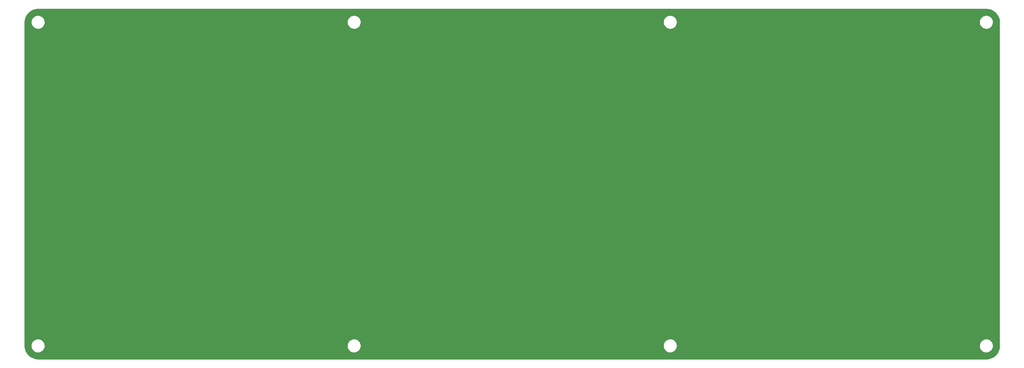
<source format=gtl>
G04 #@! TF.GenerationSoftware,KiCad,Pcbnew,(5.0.0)*
G04 #@! TF.CreationDate,2019-01-29T14:29:27-08:00*
G04 #@! TF.ProjectId,UT47.2-Bottom,555434372E322D426F74746F6D2E6B69,rev?*
G04 #@! TF.SameCoordinates,Original*
G04 #@! TF.FileFunction,Copper,L1,Top,Signal*
G04 #@! TF.FilePolarity,Positive*
%FSLAX46Y46*%
G04 Gerber Fmt 4.6, Leading zero omitted, Abs format (unit mm)*
G04 Created by KiCad (PCBNEW (5.0.0)) date 01/29/19 14:29:27*
%MOMM*%
%LPD*%
G01*
G04 APERTURE LIST*
G04 #@! TA.AperFunction,Conductor*
%ADD10C,1.524000*%
G04 #@! TD*
G04 #@! TA.AperFunction,Conductor*
%ADD11C,0.254000*%
G04 #@! TD*
G04 APERTURE END LIST*
D10*
G04 #@! TO.N,GND*
G04 #@! TO.C,J1*
X149383750Y-111760000D03*
G04 #@! TD*
D11*
G04 #@! TO.N,GND*
G36*
X270691025Y-22711459D02*
X271324230Y-22902635D01*
X271908239Y-23213158D01*
X272420814Y-23631204D01*
X272842428Y-24140848D01*
X273157023Y-24722679D01*
X273352613Y-25354529D01*
X273424750Y-26040860D01*
X273424751Y-110206257D01*
X273357290Y-110894276D01*
X273166115Y-111527480D01*
X272855590Y-112111490D01*
X272437544Y-112624067D01*
X271927902Y-113045678D01*
X271346072Y-113360273D01*
X270714220Y-113555864D01*
X270027890Y-113628000D01*
X23937483Y-113628000D01*
X23249474Y-113560540D01*
X22616270Y-113369365D01*
X22032260Y-113058840D01*
X21519683Y-112640794D01*
X21098072Y-112131152D01*
X20783477Y-111549322D01*
X20587886Y-110917470D01*
X20518944Y-110261523D01*
X22079928Y-110261523D01*
X22119696Y-110616063D01*
X22227571Y-110956126D01*
X22399443Y-111268760D01*
X22628765Y-111542056D01*
X22906804Y-111765605D01*
X23222969Y-111930892D01*
X23565217Y-112031621D01*
X23920512Y-112063955D01*
X24275320Y-112026664D01*
X24616128Y-111921166D01*
X24929955Y-111751481D01*
X25204845Y-111524071D01*
X25430330Y-111247600D01*
X25597820Y-110932597D01*
X25700936Y-110591060D01*
X25733247Y-110261523D01*
X104121595Y-110261523D01*
X104161363Y-110616063D01*
X104269238Y-110956126D01*
X104441110Y-111268760D01*
X104670432Y-111542056D01*
X104948471Y-111765605D01*
X105264636Y-111930892D01*
X105606884Y-112031621D01*
X105962179Y-112063955D01*
X106316987Y-112026664D01*
X106657795Y-111921166D01*
X106971622Y-111751481D01*
X107246512Y-111524071D01*
X107471997Y-111247600D01*
X107639487Y-110932597D01*
X107742603Y-110591060D01*
X107774914Y-110261523D01*
X186163261Y-110261523D01*
X186203029Y-110616063D01*
X186310904Y-110956126D01*
X186482776Y-111268760D01*
X186712098Y-111542056D01*
X186990137Y-111765605D01*
X187306302Y-111930892D01*
X187648550Y-112031621D01*
X188003845Y-112063955D01*
X188358653Y-112026664D01*
X188699461Y-111921166D01*
X189013288Y-111751481D01*
X189288178Y-111524071D01*
X189513663Y-111247600D01*
X189681153Y-110932597D01*
X189784269Y-110591060D01*
X189816580Y-110261523D01*
X268204928Y-110261523D01*
X268244696Y-110616063D01*
X268352571Y-110956126D01*
X268524443Y-111268760D01*
X268753765Y-111542056D01*
X269031804Y-111765605D01*
X269347969Y-111930892D01*
X269690217Y-112031621D01*
X270045512Y-112063955D01*
X270400320Y-112026664D01*
X270741128Y-111921166D01*
X271054955Y-111751481D01*
X271329845Y-111524071D01*
X271555330Y-111247600D01*
X271722820Y-110932597D01*
X271825936Y-110591060D01*
X271860750Y-110236000D01*
X271860037Y-110184959D01*
X271815323Y-109831009D01*
X271702711Y-109492485D01*
X271526491Y-109182282D01*
X271293375Y-108912214D01*
X271012241Y-108692569D01*
X270693800Y-108531712D01*
X270350179Y-108435771D01*
X269994467Y-108408401D01*
X269640214Y-108450643D01*
X269300912Y-108560889D01*
X268989486Y-108734939D01*
X268717797Y-108966164D01*
X268496194Y-109245757D01*
X268333119Y-109563068D01*
X268234781Y-109906011D01*
X268204928Y-110261523D01*
X189816580Y-110261523D01*
X189819083Y-110236000D01*
X189818370Y-110184959D01*
X189773656Y-109831009D01*
X189661044Y-109492485D01*
X189484824Y-109182282D01*
X189251708Y-108912214D01*
X188970574Y-108692569D01*
X188652133Y-108531712D01*
X188308512Y-108435771D01*
X187952800Y-108408401D01*
X187598547Y-108450643D01*
X187259245Y-108560889D01*
X186947819Y-108734939D01*
X186676130Y-108966164D01*
X186454527Y-109245757D01*
X186291452Y-109563068D01*
X186193114Y-109906011D01*
X186163261Y-110261523D01*
X107774914Y-110261523D01*
X107777417Y-110236000D01*
X107776704Y-110184959D01*
X107731990Y-109831009D01*
X107619378Y-109492485D01*
X107443158Y-109182282D01*
X107210042Y-108912214D01*
X106928908Y-108692569D01*
X106610467Y-108531712D01*
X106266846Y-108435771D01*
X105911134Y-108408401D01*
X105556881Y-108450643D01*
X105217579Y-108560889D01*
X104906153Y-108734939D01*
X104634464Y-108966164D01*
X104412861Y-109245757D01*
X104249786Y-109563068D01*
X104151448Y-109906011D01*
X104121595Y-110261523D01*
X25733247Y-110261523D01*
X25735750Y-110236000D01*
X25735037Y-110184959D01*
X25690323Y-109831009D01*
X25577711Y-109492485D01*
X25401491Y-109182282D01*
X25168375Y-108912214D01*
X24887241Y-108692569D01*
X24568800Y-108531712D01*
X24225179Y-108435771D01*
X23869467Y-108408401D01*
X23515214Y-108450643D01*
X23175912Y-108560889D01*
X22864486Y-108734939D01*
X22592797Y-108966164D01*
X22371194Y-109245757D01*
X22208119Y-109563068D01*
X22109781Y-109906011D01*
X22079928Y-110261523D01*
X20518944Y-110261523D01*
X20515750Y-110231140D01*
X20515750Y-26065733D01*
X20516162Y-26061523D01*
X22079928Y-26061523D01*
X22119696Y-26416063D01*
X22227571Y-26756126D01*
X22399443Y-27068760D01*
X22628765Y-27342056D01*
X22906804Y-27565605D01*
X23222969Y-27730892D01*
X23565217Y-27831621D01*
X23920512Y-27863955D01*
X24275320Y-27826664D01*
X24616128Y-27721166D01*
X24929955Y-27551481D01*
X25204845Y-27324071D01*
X25430330Y-27047600D01*
X25597820Y-26732597D01*
X25700936Y-26391060D01*
X25733247Y-26061523D01*
X104121595Y-26061523D01*
X104161363Y-26416063D01*
X104269238Y-26756126D01*
X104441110Y-27068760D01*
X104670432Y-27342056D01*
X104948471Y-27565605D01*
X105264636Y-27730892D01*
X105606884Y-27831621D01*
X105962179Y-27863955D01*
X106316987Y-27826664D01*
X106657795Y-27721166D01*
X106971622Y-27551481D01*
X107246512Y-27324071D01*
X107471997Y-27047600D01*
X107639487Y-26732597D01*
X107742603Y-26391060D01*
X107774914Y-26061523D01*
X186163261Y-26061523D01*
X186203029Y-26416063D01*
X186310904Y-26756126D01*
X186482776Y-27068760D01*
X186712098Y-27342056D01*
X186990137Y-27565605D01*
X187306302Y-27730892D01*
X187648550Y-27831621D01*
X188003845Y-27863955D01*
X188358653Y-27826664D01*
X188699461Y-27721166D01*
X189013288Y-27551481D01*
X189288178Y-27324071D01*
X189513663Y-27047600D01*
X189681153Y-26732597D01*
X189784269Y-26391060D01*
X189816580Y-26061523D01*
X268204928Y-26061523D01*
X268244696Y-26416063D01*
X268352571Y-26756126D01*
X268524443Y-27068760D01*
X268753765Y-27342056D01*
X269031804Y-27565605D01*
X269347969Y-27730892D01*
X269690217Y-27831621D01*
X270045512Y-27863955D01*
X270400320Y-27826664D01*
X270741128Y-27721166D01*
X271054955Y-27551481D01*
X271329845Y-27324071D01*
X271555330Y-27047600D01*
X271722820Y-26732597D01*
X271825936Y-26391060D01*
X271860750Y-26036000D01*
X271860037Y-25984959D01*
X271815323Y-25631009D01*
X271702711Y-25292485D01*
X271526491Y-24982282D01*
X271293375Y-24712214D01*
X271012241Y-24492569D01*
X270693800Y-24331712D01*
X270350179Y-24235771D01*
X269994467Y-24208401D01*
X269640214Y-24250643D01*
X269300912Y-24360889D01*
X268989486Y-24534939D01*
X268717797Y-24766164D01*
X268496194Y-25045757D01*
X268333119Y-25363068D01*
X268234781Y-25706011D01*
X268204928Y-26061523D01*
X189816580Y-26061523D01*
X189819083Y-26036000D01*
X189818370Y-25984959D01*
X189773656Y-25631009D01*
X189661044Y-25292485D01*
X189484824Y-24982282D01*
X189251708Y-24712214D01*
X188970574Y-24492569D01*
X188652133Y-24331712D01*
X188308512Y-24235771D01*
X187952800Y-24208401D01*
X187598547Y-24250643D01*
X187259245Y-24360889D01*
X186947819Y-24534939D01*
X186676130Y-24766164D01*
X186454527Y-25045757D01*
X186291452Y-25363068D01*
X186193114Y-25706011D01*
X186163261Y-26061523D01*
X107774914Y-26061523D01*
X107777417Y-26036000D01*
X107776704Y-25984959D01*
X107731990Y-25631009D01*
X107619378Y-25292485D01*
X107443158Y-24982282D01*
X107210042Y-24712214D01*
X106928908Y-24492569D01*
X106610467Y-24331712D01*
X106266846Y-24235771D01*
X105911134Y-24208401D01*
X105556881Y-24250643D01*
X105217579Y-24360889D01*
X104906153Y-24534939D01*
X104634464Y-24766164D01*
X104412861Y-25045757D01*
X104249786Y-25363068D01*
X104151448Y-25706011D01*
X104121595Y-26061523D01*
X25733247Y-26061523D01*
X25735750Y-26036000D01*
X25735037Y-25984959D01*
X25690323Y-25631009D01*
X25577711Y-25292485D01*
X25401491Y-24982282D01*
X25168375Y-24712214D01*
X24887241Y-24492569D01*
X24568800Y-24331712D01*
X24225179Y-24235771D01*
X23869467Y-24208401D01*
X23515214Y-24250643D01*
X23175912Y-24360889D01*
X22864486Y-24534939D01*
X22592797Y-24766164D01*
X22371194Y-25045757D01*
X22208119Y-25363068D01*
X22109781Y-25706011D01*
X22079928Y-26061523D01*
X20516162Y-26061523D01*
X20583209Y-25377725D01*
X20774385Y-24744520D01*
X21084908Y-24160511D01*
X21502954Y-23647936D01*
X22012598Y-23226322D01*
X22594429Y-22911727D01*
X23226279Y-22716137D01*
X23912610Y-22644000D01*
X270003017Y-22644000D01*
X270691025Y-22711459D01*
X270691025Y-22711459D01*
G37*
X270691025Y-22711459D02*
X271324230Y-22902635D01*
X271908239Y-23213158D01*
X272420814Y-23631204D01*
X272842428Y-24140848D01*
X273157023Y-24722679D01*
X273352613Y-25354529D01*
X273424750Y-26040860D01*
X273424751Y-110206257D01*
X273357290Y-110894276D01*
X273166115Y-111527480D01*
X272855590Y-112111490D01*
X272437544Y-112624067D01*
X271927902Y-113045678D01*
X271346072Y-113360273D01*
X270714220Y-113555864D01*
X270027890Y-113628000D01*
X23937483Y-113628000D01*
X23249474Y-113560540D01*
X22616270Y-113369365D01*
X22032260Y-113058840D01*
X21519683Y-112640794D01*
X21098072Y-112131152D01*
X20783477Y-111549322D01*
X20587886Y-110917470D01*
X20518944Y-110261523D01*
X22079928Y-110261523D01*
X22119696Y-110616063D01*
X22227571Y-110956126D01*
X22399443Y-111268760D01*
X22628765Y-111542056D01*
X22906804Y-111765605D01*
X23222969Y-111930892D01*
X23565217Y-112031621D01*
X23920512Y-112063955D01*
X24275320Y-112026664D01*
X24616128Y-111921166D01*
X24929955Y-111751481D01*
X25204845Y-111524071D01*
X25430330Y-111247600D01*
X25597820Y-110932597D01*
X25700936Y-110591060D01*
X25733247Y-110261523D01*
X104121595Y-110261523D01*
X104161363Y-110616063D01*
X104269238Y-110956126D01*
X104441110Y-111268760D01*
X104670432Y-111542056D01*
X104948471Y-111765605D01*
X105264636Y-111930892D01*
X105606884Y-112031621D01*
X105962179Y-112063955D01*
X106316987Y-112026664D01*
X106657795Y-111921166D01*
X106971622Y-111751481D01*
X107246512Y-111524071D01*
X107471997Y-111247600D01*
X107639487Y-110932597D01*
X107742603Y-110591060D01*
X107774914Y-110261523D01*
X186163261Y-110261523D01*
X186203029Y-110616063D01*
X186310904Y-110956126D01*
X186482776Y-111268760D01*
X186712098Y-111542056D01*
X186990137Y-111765605D01*
X187306302Y-111930892D01*
X187648550Y-112031621D01*
X188003845Y-112063955D01*
X188358653Y-112026664D01*
X188699461Y-111921166D01*
X189013288Y-111751481D01*
X189288178Y-111524071D01*
X189513663Y-111247600D01*
X189681153Y-110932597D01*
X189784269Y-110591060D01*
X189816580Y-110261523D01*
X268204928Y-110261523D01*
X268244696Y-110616063D01*
X268352571Y-110956126D01*
X268524443Y-111268760D01*
X268753765Y-111542056D01*
X269031804Y-111765605D01*
X269347969Y-111930892D01*
X269690217Y-112031621D01*
X270045512Y-112063955D01*
X270400320Y-112026664D01*
X270741128Y-111921166D01*
X271054955Y-111751481D01*
X271329845Y-111524071D01*
X271555330Y-111247600D01*
X271722820Y-110932597D01*
X271825936Y-110591060D01*
X271860750Y-110236000D01*
X271860037Y-110184959D01*
X271815323Y-109831009D01*
X271702711Y-109492485D01*
X271526491Y-109182282D01*
X271293375Y-108912214D01*
X271012241Y-108692569D01*
X270693800Y-108531712D01*
X270350179Y-108435771D01*
X269994467Y-108408401D01*
X269640214Y-108450643D01*
X269300912Y-108560889D01*
X268989486Y-108734939D01*
X268717797Y-108966164D01*
X268496194Y-109245757D01*
X268333119Y-109563068D01*
X268234781Y-109906011D01*
X268204928Y-110261523D01*
X189816580Y-110261523D01*
X189819083Y-110236000D01*
X189818370Y-110184959D01*
X189773656Y-109831009D01*
X189661044Y-109492485D01*
X189484824Y-109182282D01*
X189251708Y-108912214D01*
X188970574Y-108692569D01*
X188652133Y-108531712D01*
X188308512Y-108435771D01*
X187952800Y-108408401D01*
X187598547Y-108450643D01*
X187259245Y-108560889D01*
X186947819Y-108734939D01*
X186676130Y-108966164D01*
X186454527Y-109245757D01*
X186291452Y-109563068D01*
X186193114Y-109906011D01*
X186163261Y-110261523D01*
X107774914Y-110261523D01*
X107777417Y-110236000D01*
X107776704Y-110184959D01*
X107731990Y-109831009D01*
X107619378Y-109492485D01*
X107443158Y-109182282D01*
X107210042Y-108912214D01*
X106928908Y-108692569D01*
X106610467Y-108531712D01*
X106266846Y-108435771D01*
X105911134Y-108408401D01*
X105556881Y-108450643D01*
X105217579Y-108560889D01*
X104906153Y-108734939D01*
X104634464Y-108966164D01*
X104412861Y-109245757D01*
X104249786Y-109563068D01*
X104151448Y-109906011D01*
X104121595Y-110261523D01*
X25733247Y-110261523D01*
X25735750Y-110236000D01*
X25735037Y-110184959D01*
X25690323Y-109831009D01*
X25577711Y-109492485D01*
X25401491Y-109182282D01*
X25168375Y-108912214D01*
X24887241Y-108692569D01*
X24568800Y-108531712D01*
X24225179Y-108435771D01*
X23869467Y-108408401D01*
X23515214Y-108450643D01*
X23175912Y-108560889D01*
X22864486Y-108734939D01*
X22592797Y-108966164D01*
X22371194Y-109245757D01*
X22208119Y-109563068D01*
X22109781Y-109906011D01*
X22079928Y-110261523D01*
X20518944Y-110261523D01*
X20515750Y-110231140D01*
X20515750Y-26065733D01*
X20516162Y-26061523D01*
X22079928Y-26061523D01*
X22119696Y-26416063D01*
X22227571Y-26756126D01*
X22399443Y-27068760D01*
X22628765Y-27342056D01*
X22906804Y-27565605D01*
X23222969Y-27730892D01*
X23565217Y-27831621D01*
X23920512Y-27863955D01*
X24275320Y-27826664D01*
X24616128Y-27721166D01*
X24929955Y-27551481D01*
X25204845Y-27324071D01*
X25430330Y-27047600D01*
X25597820Y-26732597D01*
X25700936Y-26391060D01*
X25733247Y-26061523D01*
X104121595Y-26061523D01*
X104161363Y-26416063D01*
X104269238Y-26756126D01*
X104441110Y-27068760D01*
X104670432Y-27342056D01*
X104948471Y-27565605D01*
X105264636Y-27730892D01*
X105606884Y-27831621D01*
X105962179Y-27863955D01*
X106316987Y-27826664D01*
X106657795Y-27721166D01*
X106971622Y-27551481D01*
X107246512Y-27324071D01*
X107471997Y-27047600D01*
X107639487Y-26732597D01*
X107742603Y-26391060D01*
X107774914Y-26061523D01*
X186163261Y-26061523D01*
X186203029Y-26416063D01*
X186310904Y-26756126D01*
X186482776Y-27068760D01*
X186712098Y-27342056D01*
X186990137Y-27565605D01*
X187306302Y-27730892D01*
X187648550Y-27831621D01*
X188003845Y-27863955D01*
X188358653Y-27826664D01*
X188699461Y-27721166D01*
X189013288Y-27551481D01*
X189288178Y-27324071D01*
X189513663Y-27047600D01*
X189681153Y-26732597D01*
X189784269Y-26391060D01*
X189816580Y-26061523D01*
X268204928Y-26061523D01*
X268244696Y-26416063D01*
X268352571Y-26756126D01*
X268524443Y-27068760D01*
X268753765Y-27342056D01*
X269031804Y-27565605D01*
X269347969Y-27730892D01*
X269690217Y-27831621D01*
X270045512Y-27863955D01*
X270400320Y-27826664D01*
X270741128Y-27721166D01*
X271054955Y-27551481D01*
X271329845Y-27324071D01*
X271555330Y-27047600D01*
X271722820Y-26732597D01*
X271825936Y-26391060D01*
X271860750Y-26036000D01*
X271860037Y-25984959D01*
X271815323Y-25631009D01*
X271702711Y-25292485D01*
X271526491Y-24982282D01*
X271293375Y-24712214D01*
X271012241Y-24492569D01*
X270693800Y-24331712D01*
X270350179Y-24235771D01*
X269994467Y-24208401D01*
X269640214Y-24250643D01*
X269300912Y-24360889D01*
X268989486Y-24534939D01*
X268717797Y-24766164D01*
X268496194Y-25045757D01*
X268333119Y-25363068D01*
X268234781Y-25706011D01*
X268204928Y-26061523D01*
X189816580Y-26061523D01*
X189819083Y-26036000D01*
X189818370Y-25984959D01*
X189773656Y-25631009D01*
X189661044Y-25292485D01*
X189484824Y-24982282D01*
X189251708Y-24712214D01*
X188970574Y-24492569D01*
X188652133Y-24331712D01*
X188308512Y-24235771D01*
X187952800Y-24208401D01*
X187598547Y-24250643D01*
X187259245Y-24360889D01*
X186947819Y-24534939D01*
X186676130Y-24766164D01*
X186454527Y-25045757D01*
X186291452Y-25363068D01*
X186193114Y-25706011D01*
X186163261Y-26061523D01*
X107774914Y-26061523D01*
X107777417Y-26036000D01*
X107776704Y-25984959D01*
X107731990Y-25631009D01*
X107619378Y-25292485D01*
X107443158Y-24982282D01*
X107210042Y-24712214D01*
X106928908Y-24492569D01*
X106610467Y-24331712D01*
X106266846Y-24235771D01*
X105911134Y-24208401D01*
X105556881Y-24250643D01*
X105217579Y-24360889D01*
X104906153Y-24534939D01*
X104634464Y-24766164D01*
X104412861Y-25045757D01*
X104249786Y-25363068D01*
X104151448Y-25706011D01*
X104121595Y-26061523D01*
X25733247Y-26061523D01*
X25735750Y-26036000D01*
X25735037Y-25984959D01*
X25690323Y-25631009D01*
X25577711Y-25292485D01*
X25401491Y-24982282D01*
X25168375Y-24712214D01*
X24887241Y-24492569D01*
X24568800Y-24331712D01*
X24225179Y-24235771D01*
X23869467Y-24208401D01*
X23515214Y-24250643D01*
X23175912Y-24360889D01*
X22864486Y-24534939D01*
X22592797Y-24766164D01*
X22371194Y-25045757D01*
X22208119Y-25363068D01*
X22109781Y-25706011D01*
X22079928Y-26061523D01*
X20516162Y-26061523D01*
X20583209Y-25377725D01*
X20774385Y-24744520D01*
X21084908Y-24160511D01*
X21502954Y-23647936D01*
X22012598Y-23226322D01*
X22594429Y-22911727D01*
X23226279Y-22716137D01*
X23912610Y-22644000D01*
X270003017Y-22644000D01*
X270691025Y-22711459D01*
G04 #@! TD*
M02*

</source>
